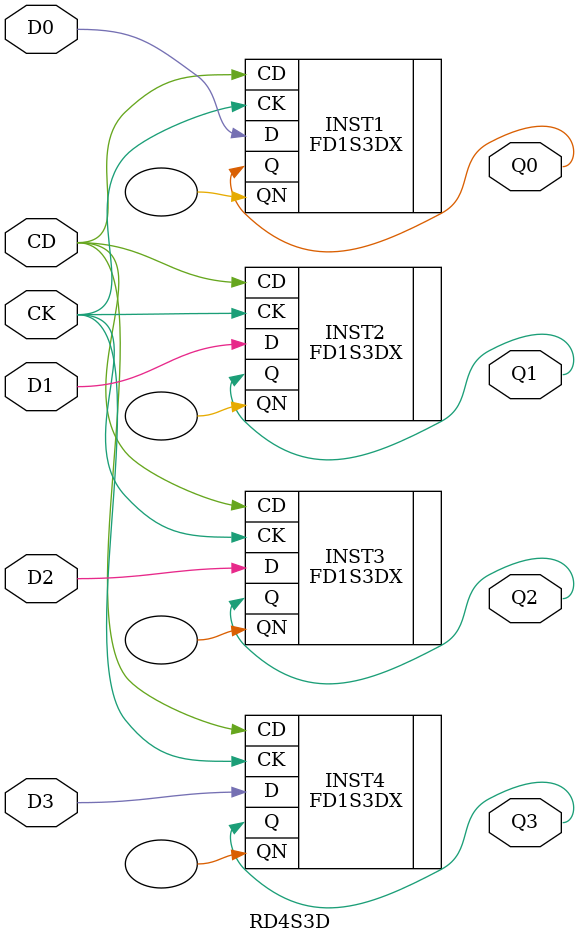
<source format=v>
`resetall
`timescale 1 ns / 100 ps

/* Created by DB2VERILOG Version 1.0.1.1 on Tue May 17 10:48:49 1994 */
/* module compiled from "lsl2db 3.6.4" run */

`celldefine
module RD4S3D (D0, D1, D2, D3, CK, CD, Q0, Q1, Q2, Q3);
input  D0, D1, D2, D3, CK, CD;
output Q0, Q1, Q2, Q3;
FD1S3DX INST1 (.D(D0), .CK(CK), .CD(CD), .Q(Q0), .QN());
FD1S3DX INST2 (.D(D1), .CK(CK), .CD(CD), .Q(Q1), .QN());
FD1S3DX INST3 (.D(D2), .CK(CK), .CD(CD), .Q(Q2), .QN());
FD1S3DX INST4 (.D(D3), .CK(CK), .CD(CD), .Q(Q3), .QN());

endmodule
`endcelldefine

</source>
